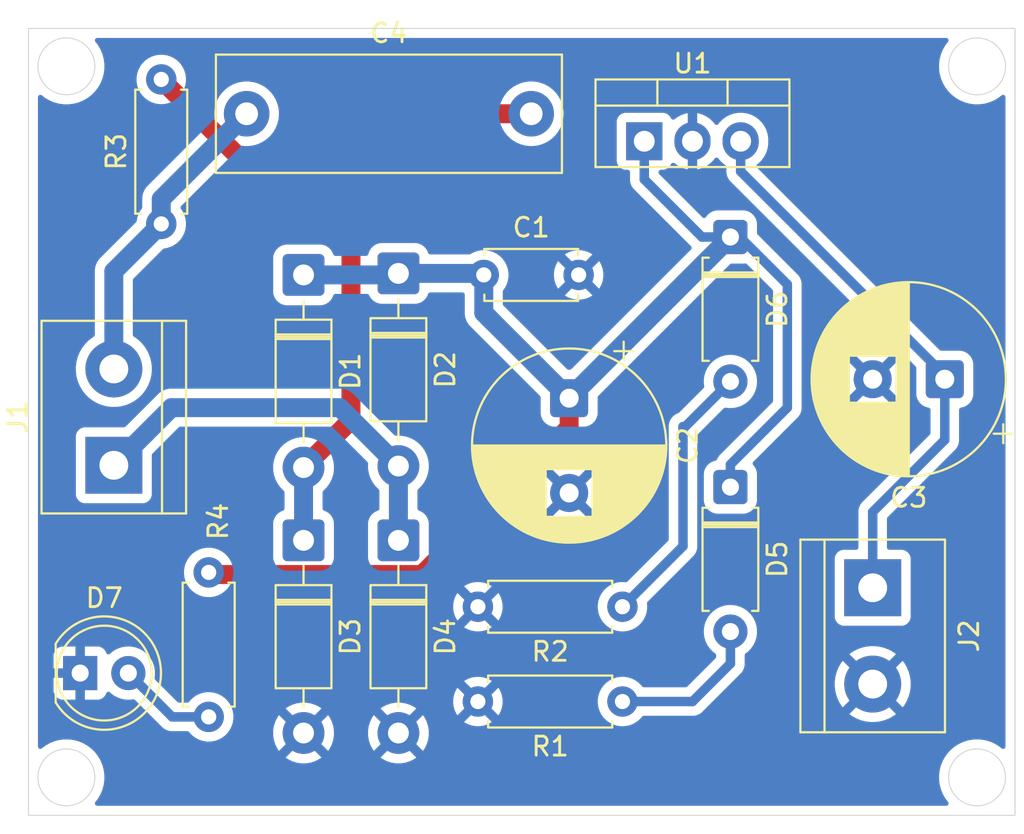
<source format=kicad_pcb>
(kicad_pcb (version 20241229) (generator "pcbnew") (generator_version "9.0")
  (layers (0 "F.Cu" signal) (2 "B.Cu" signal) (13 "F.Paste" user) (15 "B.Paste" user) (5 "F.SilkS" user "F.Silkscreen") (7 "B.SilkS" user "B.Silkscreen") (1 "F.Mask" user) (3 "B.Mask" user) (25 "Edge.Cuts" user))
  (net 0 "")
  (net 1 "Net-(D1-K)")
  (net 2 "GND")
  (net 3 "/5V")
  (net 4 "Net-(D1-A)")
  (net 5 "Net-(J1-Pin_2)")
  (net 6 "Net-(D2-A)")
  (net 7 "Net-(D5-A)")
  (net 8 "Net-(D6-A)")
  (net 9 "Net-(D7-A)")
  (footprint "Capacitor_THT:C_Rect_L18.0mm_W6.0mm_P15.00mm_FKS3_FKP3" (layer "F.Cu") (at 91.5 65)
    (property "Reference" "C4" (at 7.5 -4.25 0) (layer "F.SilkS"))
    (property "Value" "225K/2.2uF")
    (pad "1" thru_hole circle (at 0 0) (size 2.4 2.4) (drill 1.2) (layers "*.Cu" "*.Mask") (net 5 "Net-(J1-Pin_2)"))
    (pad "2" thru_hole circle (at 15 0) (size 2.4 2.4) (drill 1.2) (layers "*.Cu" "*.Mask") (net 4 "Net-(D1-A)"))
  )
  (footprint "Resistor_THT:R_Axial_DIN0207_L6.3mm_D2.5mm_P7.62mm_Horizontal" (layer "F.Cu") (at 111.31 96 180)
    (property "Reference" "R1" (at 3.81 -2.37 0) (layer "F.SilkS"))
    (property "Value" "20k")
    (pad "1" thru_hole circle (at 0 0 180) (size 1.6 1.6) (drill 0.8) (layers "*.Cu" "*.Mask") (net 7 "Net-(D5-A)"))
    (pad "2" thru_hole circle (at 7.62 0 180) (size 1.6 1.6) (drill 0.8) (layers "*.Cu" "*.Mask") (net 2 "GND"))
  )
  (footprint "Resistor_THT:R_Axial_DIN0207_L6.3mm_D2.5mm_P7.62mm_Horizontal" (layer "F.Cu") (at 87 70.81 90)
    (property "Reference" "R3" (at 3.81 -2.37 90) (layer "F.SilkS"))
    (property "Value" "1M")
    (pad "1" thru_hole circle (at 0 0 90) (size 1.6 1.6) (drill 0.8) (layers "*.Cu" "*.Mask") (net 5 "Net-(J1-Pin_2)"))
    (pad "2" thru_hole circle (at 7.62 0 90) (size 1.6 1.6) (drill 0.8) (layers "*.Cu" "*.Mask") (net 4 "Net-(D1-A)"))
  )
  (footprint "Resistor_THT:R_Axial_DIN0207_L6.3mm_D2.5mm_P7.62mm_Horizontal" (layer "F.Cu") (at 111.31 91 180)
    (property "Reference" "R2" (at 3.81 -2.37 0) (layer "F.SilkS"))
    (property "Value" "20k")
    (pad "1" thru_hole circle (at 0 0 180) (size 1.6 1.6) (drill 0.8) (layers "*.Cu" "*.Mask") (net 8 "Net-(D6-A)"))
    (pad "2" thru_hole circle (at 7.62 0 180) (size 1.6 1.6) (drill 0.8) (layers "*.Cu" "*.Mask") (net 2 "GND"))
  )
  (footprint "TerminalBlock:TerminalBlock_bornier-2_P5.08mm" (layer "F.Cu") (at 124.5 90 -90)
    (property "Reference" "J2" (at 2.54 -5.08 90) (layer "F.SilkS"))
    (property "Value" "Screw_Terminal_01x02")
    (pad "1" thru_hole rect (at 0 0 270) (size 3 3) (drill 1.52) (layers "*.Cu" "*.Mask") (net 3 "/5V"))
    (pad "2" thru_hole circle (at 5.08 0 270) (size 3 3) (drill 1.52) (layers "*.Cu" "*.Mask") (net 2 "GND"))
  )
  (footprint "Capacitor_THT:C_Disc_D4.7mm_W2.5mm_P5.00mm" (layer "F.Cu") (at 104 73.5)
    (property "Reference" "C1" (at 2.5 -2.5 0) (layer "F.SilkS"))
    (property "Value" "0.1uF")
    (pad "1" thru_hole circle (at 0 0) (size 1.6 1.6) (drill 0.8) (layers "*.Cu" "*.Mask") (net 1 "Net-(D1-K)"))
    (pad "2" thru_hole circle (at 5 0) (size 1.6 1.6) (drill 0.8) (layers "*.Cu" "*.Mask") (net 2 "GND"))
  )
  (footprint "Capacitor_THT:CP_Radial_D10.0mm_P3.80mm" (layer "F.Cu") (at 128.3 79 180)
    (property "Reference" "C3" (at 1.9 -6.25 0) (layer "F.SilkS"))
    (property "Value" "470uF")
    (pad "1" thru_hole roundrect (at 0 0 180) (size 2 2) (drill 1) (layers "*.Cu" "*.Mask") (roundrect_rratio 0.125) (net 3 "/5V"))
    (pad "2" thru_hole circle (at 3.8 0 180) (size 2 2) (drill 1) (layers "*.Cu" "*.Mask") (net 2 "GND"))
  )
  (footprint "Resistor_THT:R_Axial_DIN0207_L6.3mm_D2.5mm_P7.62mm_Horizontal" (layer "F.Cu") (at 89.5 89.19 -90)
    (property "Reference" "R4" (at -2.69 -0.5 90) (layer "F.SilkS"))
    (property "Value" "2.2k")
    (pad "1" thru_hole circle (at 0 0 270) (size 1.6 1.6) (drill 0.8) (layers "*.Cu" "*.Mask") (net 1 "Net-(D1-K)"))
    (pad "2" thru_hole circle (at 7.62 0 270) (size 1.6 1.6) (drill 0.8) (layers "*.Cu" "*.Mask") (net 9 "Net-(D7-A)"))
  )
  (footprint "Diode_THT:D_DO-41_SOD81_P10.16mm_Horizontal" (layer "F.Cu") (at 94.5 73.5 -90)
    (property "Reference" "D1" (at 5.08 -2.47 90) (layer "F.SilkS"))
    (property "Value" "1N4007")
    (pad "1" thru_hole roundrect (at 0 0 270) (size 2.2 2.2) (drill 1.1) (layers "*.Cu" "*.Mask") (roundrect_rratio 0.113636) (net 1 "Net-(D1-K)"))
    (pad "2" thru_hole circle (at 10.16 0 270) (size 2.2 2.2) (drill 1.1) (layers "*.Cu" "*.Mask") (net 4 "Net-(D1-A)"))
  )
  (footprint "Diode_THT:D_DO-41_SOD81_P10.16mm_Horizontal" (layer "F.Cu") (at 94.5 87.5 -90)
    (property "Reference" "D3" (at 5.08 -2.47 90) (layer "F.SilkS"))
    (property "Value" "1N4007")
    (pad "1" thru_hole roundrect (at 0 0 270) (size 2.2 2.2) (drill 1.1) (layers "*.Cu" "*.Mask") (roundrect_rratio 0.113636) (net 4 "Net-(D1-A)"))
    (pad "2" thru_hole circle (at 10.16 0 270) (size 2.2 2.2) (drill 1.1) (layers "*.Cu" "*.Mask") (net 2 "GND"))
  )
  (footprint "Diode_THT:D_DO-41_SOD81_P10.16mm_Horizontal" (layer "F.Cu") (at 99.5 87.5 -90)
    (property "Reference" "D4" (at 5.08 -2.47 90) (layer "F.SilkS"))
    (property "Value" "1N4007")
    (pad "1" thru_hole roundrect (at 0 0 270) (size 2.2 2.2) (drill 1.1) (layers "*.Cu" "*.Mask") (roundrect_rratio 0.113636) (net 6 "Net-(D2-A)"))
    (pad "2" thru_hole circle (at 10.16 0 270) (size 2.2 2.2) (drill 1.1) (layers "*.Cu" "*.Mask") (net 2 "GND"))
  )
  (footprint "LED_THT:LED_D5.0mm" (layer "F.Cu") (at 82.725 94.5)
    (property "Reference" "D7" (at 1.27 -3.96 0) (layer "F.SilkS"))
    (property "Value" "LED")
    (pad "1" thru_hole rect (at 0 0) (size 1.8 1.8) (drill 0.9) (layers "*.Cu" "*.Mask") (net 2 "GND"))
    (pad "2" thru_hole circle (at 2.54 0) (size 1.8 1.8) (drill 0.9) (layers "*.Cu" "*.Mask") (net 9 "Net-(D7-A)"))
  )
  (footprint "TerminalBlock:TerminalBlock_bornier-2_P5.08mm" (layer "F.Cu") (at 84.5 83.54 90)
    (property "Reference" "J1" (at 2.54 -5.08 90) (layer "F.SilkS"))
    (property "Value" "Screw_Terminal_01x02")
    (pad "1" thru_hole rect (at 0 0 90) (size 3 3) (drill 1.52) (layers "*.Cu" "*.Mask") (net 6 "Net-(D2-A)"))
    (pad "2" thru_hole circle (at 5.08 0 90) (size 3 3) (drill 1.52) (layers "*.Cu" "*.Mask") (net 5 "Net-(J1-Pin_2)"))
  )
  (footprint "Capacitor_THT:CP_Radial_D10.0mm_P5.00mm" (layer "F.Cu") (at 108.5 80 -90)
    (property "Reference" "C2" (at 2.5 -6.25 90) (layer "F.SilkS"))
    (property "Value" "1000uF")
    (pad "1" thru_hole roundrect (at 0 0 270) (size 2 2) (drill 1) (layers "*.Cu" "*.Mask") (roundrect_rratio 0.125) (net 1 "Net-(D1-K)"))
    (pad "2" thru_hole circle (at 5 0 270) (size 2 2) (drill 1) (layers "*.Cu" "*.Mask") (net 2 "GND"))
  )
  (footprint "Diode_THT:D_A-405_P7.62mm_Horizontal" (layer "F.Cu") (at 117 84.69 -90)
    (property "Reference" "D5" (at 3.81 -2.47 90) (layer "F.SilkS"))
    (property "Value" "D_Zener")
    (pad "1" thru_hole roundrect (at 0 0 270) (size 1.8 1.8) (drill 0.9) (layers "*.Cu" "*.Mask") (roundrect_rratio 0.138889) (net 1 "Net-(D1-K)"))
    (pad "2" thru_hole circle (at 7.62 0 270) (size 1.8 1.8) (drill 0.9) (layers "*.Cu" "*.Mask") (net 7 "Net-(D5-A)"))
  )
  (footprint "Package_TO_SOT_THT:TO-220-3_Vertical" (layer "F.Cu") (at 112.46 66.45)
    (property "Reference" "U1" (at 2.54 -4.1 0) (layer "F.SilkS"))
    (property "Value" "LM7805_TO220")
    (pad "1" thru_hole rect (at 0 0) (size 1.905 2) (drill 1.1) (layers "*.Cu" "*.Mask") (net 1 "Net-(D1-K)"))
    (pad "2" thru_hole oval (at 2.54 0) (size 1.905 2) (drill 1.1) (layers "*.Cu" "*.Mask") (net 2 "GND"))
    (pad "3" thru_hole oval (at 5.08 0) (size 1.905 2) (drill 1.1) (layers "*.Cu" "*.Mask") (net 3 "/5V"))
  )
  (footprint "Diode_THT:D_DO-41_SOD81_P10.16mm_Horizontal" (layer "F.Cu") (at 99.5 73.42 -90)
    (property "Reference" "D2" (at 5.08 -2.47 90) (layer "F.SilkS"))
    (property "Value" "1N4007")
    (pad "1" thru_hole roundrect (at 0 0 270) (size 2.2 2.2) (drill 1.1) (layers "*.Cu" "*.Mask") (roundrect_rratio 0.113636) (net 1 "Net-(D1-K)"))
    (pad "2" thru_hole circle (at 10.16 0 270) (size 2.2 2.2) (drill 1.1) (layers "*.Cu" "*.Mask") (net 6 "Net-(D2-A)"))
  )
  (footprint "Diode_THT:D_A-405_P7.62mm_Horizontal" (layer "F.Cu") (at 117 71.5 -90)
    (property "Reference" "D6" (at 3.81 -2.47 90) (layer "F.SilkS"))
    (property "Value" "D_Zener")
    (pad "1" thru_hole roundrect (at 0 0 270) (size 1.8 1.8) (drill 0.9) (layers "*.Cu" "*.Mask") (roundrect_rratio 0.138889) (net 1 "Net-(D1-K)"))
    (pad "2" thru_hole circle (at 7.62 0 270) (size 1.8 1.8) (drill 0.9) (layers "*.Cu" "*.Mask") (net 8 "Net-(D6-A)"))
  )
  (gr_circle (center 82 100) (end 83.5 100) (stroke (width 0.05)) (fill no) (layer "Edge.Cuts"))
  (gr_circle (center 130 62.5) (end 131.5 62.5) (stroke (width 0.05)) (fill no) (layer "Edge.Cuts"))
  (gr_circle (center 82 62.5) (end 83.5 62.5) (stroke (width 0.05)) (fill no) (layer "Edge.Cuts"))
  (gr_circle (center 130 100) (end 131.5 100) (stroke (width 0.05)) (fill no) (layer "Edge.Cuts"))
  (gr_rect (start 80 60.5) (end 132 102) (stroke (width 0.05)) (fill no) (layer "Edge.Cuts"))
  (segment (start 108.5 80) (end 108.5 81.551844) (width 1) (layer "F.Cu") (net 1))
  (segment (start 100.750844 89.301) (end 89.611 89.301) (width 1) (layer "F.Cu") (net 1))
  (segment (start 89.611 89.301) (end 89.5 89.19) (width 1) (layer "F.Cu") (net 1))
  (segment (start 108.5 81.551844) (end 100.750844 89.301) (width 1) (layer "F.Cu") (net 1))
  (segment (start 120 74) (end 117.5 71.5) (width 0.5) (layer "B.Cu") (net 1))
  (segment (start 94.5 73.5) (end 99.42 73.5) (width 1) (layer "B.Cu") (net 1))
  (segment (start 115.5 71.5) (end 112.46 68.46) (width 0.5) (layer "B.Cu") (net 1))
  (segment (start 104 73.5) (end 103.92 73.42) (width 1) (layer "B.Cu") (net 1))
  (segment (start 104.25 75.75) (end 108.5 80) (width 1) (layer "B.Cu") (net 1))
  (segment (start 120 74.5) (end 120 74) (width 0.5) (layer "B.Cu") (net 1))
  (segment (start 117.5 71.5) (end 117 71.5) (width 0.5) (layer "B.Cu") (net 1))
  (segment (start 104 73.5) (end 104 75.5) (width 1) (layer "B.Cu") (net 1))
  (segment (start 112.46 68.46) (end 112.46 66.45) (width 0.5) (layer "B.Cu") (net 1))
  (segment (start 108.5 80) (end 117 71.5) (width 1) (layer "B.Cu") (net 1))
  (segment (start 104 75.5) (end 104.25 75.75) (width 1) (layer "B.Cu") (net 1))
  (segment (start 117 84.69) (end 117 83.5) (width 0.5) (layer "B.Cu") (net 1))
  (segment (start 117 71.5) (end 115.5 71.5) (width 0.5) (layer "B.Cu") (net 1))
  (segment (start 120 80.5) (end 120 74.5) (width 0.5) (layer "B.Cu") (net 1))
  (segment (start 99.5 73.42) (end 103.92 73.42) (width 1) (layer "B.Cu") (net 1))
  (segment (start 99.42 73.5) (end 99.5 73.42) (width 1) (layer "B.Cu") (net 1))
  (segment (start 117 83.5) (end 120 80.5) (width 0.5) (layer "B.Cu") (net 1))
  (segment (start 104.25 75.75) (end 104.5 76) (width 1) (layer "B.Cu") (net 1))
  (segment (start 128.3 79) (end 128.3 78.8) (width 0.5) (layer "B.Cu") (net 3))
  (segment (start 128.3 78.8) (end 117.54 68.04) (width 0.5) (layer "B.Cu") (net 3))
  (segment (start 124.5 90) (end 124.5 86) (width 0.5) (layer "B.Cu") (net 3))
  (segment (start 117.54 68.04) (end 117.54 66.45) (width 0.5) (layer "B.Cu") (net 3))
  (segment (start 128.3 82.2) (end 128.3 79) (width 0.5) (layer "B.Cu") (net 3))
  (segment (start 124.5 86) (end 128.3 82.2) (width 0.5) (layer "B.Cu") (net 3))
  (segment (start 94.81 71) (end 97 71) (width 1) (layer "F.Cu") (net 4))
  (segment (start 103 65) (end 97 71) (width 1) (layer "F.Cu") (net 4))
  (segment (start 97 81.16) (end 94.5 83.66) (width 1) (layer "F.Cu") (net 4))
  (segment (start 97 71) (end 97 81.16) (width 1) (layer "F.Cu") (net 4))
  (segment (start 87 63.19) (end 94.81 71) (width 1) (layer "F.Cu") (net 4))
  (segment (start 106.5 65) (end 103 65) (width 1) (layer "F.Cu") (net 4))
  (segment (start 94.5 83.66) (end 94.5 87.5) (width 1) (layer "B.Cu") (net 4))
  (segment (start 84.5 73.31) (end 87 70.81) (width 1) (layer "B.Cu") (net 5))
  (segment (start 87 70.81) (end 87 69.5) (width 1) (layer "B.Cu") (net 5))
  (segment (start 84.5 78.46) (end 84.5 73.31) (width 1) (layer "B.Cu") (net 5))
  (segment (start 87 69.5) (end 91.5 65) (width 1) (layer "B.Cu") (net 5))
  (segment (start 96.42 80.5) (end 99.5 83.58) (width 1) (layer "B.Cu") (net 6))
  (segment (start 84.5 83.54) (end 87.54 80.5) (width 1) (layer "B.Cu") (net 6))
  (segment (start 87.54 80.5) (end 96.42 80.5) (width 1) (layer "B.Cu") (net 6))
  (segment (start 99.5 83.58) (end 99.5 87.5) (width 1) (layer "B.Cu") (net 6))
  (segment (start 117 94) (end 117 92.31) (width 0.5) (layer "B.Cu") (net 7))
  (segment (start 111.31 96) (end 115 96) (width 0.5) (layer "B.Cu") (net 7))
  (segment (start 115 96) (end 117 94) (width 0.5) (layer "B.Cu") (net 7))
  (segment (start 111.31 91) (end 114.5 87.81) (width 0.5) (layer "B.Cu") (net 8))
  (segment (start 114.5 81.5) (end 114.62 81.5) (width 0.5) (layer "B.Cu") (net 8))
  (segment (start 114.5 87.81) (end 114.5 81.5) (width 0.5) (layer "B.Cu") (net 8))
  (segment (start 114.62 81.5) (end 117 79.12) (width 0.5) (layer "B.Cu") (net 8))
  (segment (start 89.5 96.81) (end 87.575 96.81) (width 0.5) (layer "B.Cu") (net 9))
  (segment (start 87.575 96.81) (end 85.265 94.5) (width 0.5) (layer "B.Cu") (net 9))
  (zone (net 2) (net_name "GND") (layer "B.Cu") (connect_pads (clearance 0.5)) (min_thickness 0.25) (fill yes (thermal_gap 0.5) (thermal_bridge_width 0.5))
    (polygon (pts (xy 78.5 59) (xy 132.5 59) (xy 132.5 103) (xy 78.5 103)))
  )
)
</source>
